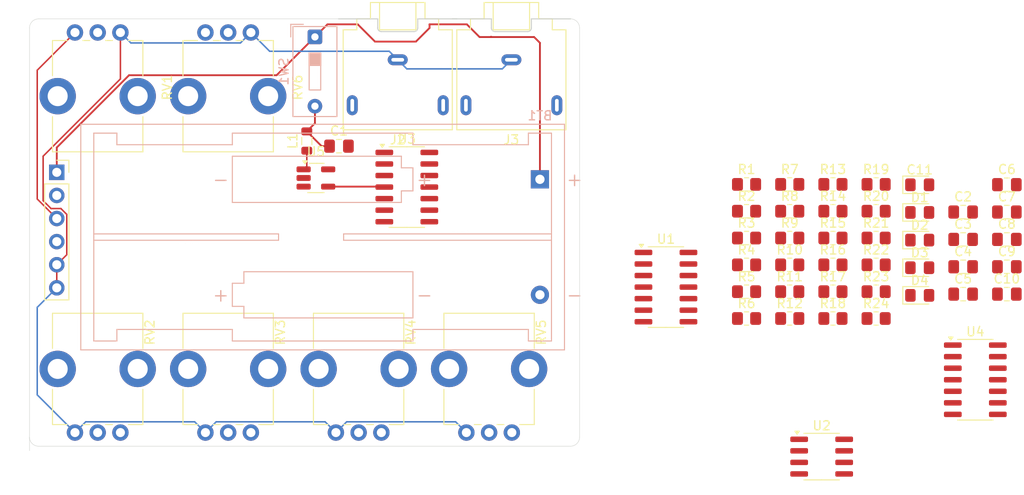
<source format=kicad_pcb>
(kicad_pcb
	(version 20241229)
	(generator "pcbnew")
	(generator_version "9.0")
	(general
		(thickness 1.6)
		(legacy_teardrops no)
	)
	(paper "A4")
	(layers
		(0 "F.Cu" signal)
		(2 "B.Cu" signal)
		(9 "F.Adhes" user "F.Adhesive")
		(11 "B.Adhes" user "B.Adhesive")
		(13 "F.Paste" user)
		(15 "B.Paste" user)
		(5 "F.SilkS" user "F.Silkscreen")
		(7 "B.SilkS" user "B.Silkscreen")
		(1 "F.Mask" user)
		(3 "B.Mask" user)
		(17 "Dwgs.User" user "User.Drawings")
		(19 "Cmts.User" user "User.Comments")
		(21 "Eco1.User" user "User.Eco1")
		(23 "Eco2.User" user "User.Eco2")
		(25 "Edge.Cuts" user)
		(27 "Margin" user)
		(31 "F.CrtYd" user "F.Courtyard")
		(29 "B.CrtYd" user "B.Courtyard")
		(35 "F.Fab" user)
		(33 "B.Fab" user)
		(39 "User.1" user)
		(41 "User.2" user)
		(43 "User.3" user)
		(45 "User.4" user)
	)
	(setup
		(stackup
			(layer "F.SilkS"
				(type "Top Silk Screen")
			)
			(layer "F.Paste"
				(type "Top Solder Paste")
			)
			(layer "F.Mask"
				(type "Top Solder Mask")
				(thickness 0.01)
			)
			(layer "F.Cu"
				(type "copper")
				(thickness 0.035)
			)
			(layer "dielectric 1"
				(type "core")
				(thickness 1.51)
				(material "FR4")
				(epsilon_r 4.5)
				(loss_tangent 0.02)
			)
			(layer "B.Cu"
				(type "copper")
				(thickness 0.035)
			)
			(layer "B.Mask"
				(type "Bottom Solder Mask")
				(thickness 0.01)
			)
			(layer "B.Paste"
				(type "Bottom Solder Paste")
			)
			(layer "B.SilkS"
				(type "Bottom Silk Screen")
			)
			(copper_finish "None")
			(dielectric_constraints no)
		)
		(pad_to_mask_clearance 0)
		(allow_soldermask_bridges_in_footprints no)
		(tenting front back)
		(pcbplotparams
			(layerselection 0x00000000_00000000_55555555_5755f5ff)
			(plot_on_all_layers_selection 0x00000000_00000000_00000000_00000000)
			(disableapertmacros no)
			(usegerberextensions no)
			(usegerberattributes yes)
			(usegerberadvancedattributes yes)
			(creategerberjobfile yes)
			(dashed_line_dash_ratio 12.000000)
			(dashed_line_gap_ratio 3.000000)
			(svgprecision 4)
			(plotframeref no)
			(mode 1)
			(useauxorigin no)
			(hpglpennumber 1)
			(hpglpenspeed 20)
			(hpglpendiameter 15.000000)
			(pdf_front_fp_property_popups yes)
			(pdf_back_fp_property_popups yes)
			(pdf_metadata yes)
			(pdf_single_document no)
			(dxfpolygonmode yes)
			(dxfimperialunits yes)
			(dxfusepcbnewfont yes)
			(psnegative no)
			(psa4output no)
			(plot_black_and_white yes)
			(plotinvisibletext no)
			(sketchpadsonfab no)
			(plotpadnumbers no)
			(hidednponfab no)
			(sketchdnponfab yes)
			(crossoutdnponfab yes)
			(subtractmaskfromsilk no)
			(outputformat 1)
			(mirror no)
			(drillshape 1)
			(scaleselection 1)
			(outputdirectory "")
		)
	)
	(net 0 "")
	(net 1 "GND")
	(net 2 "Net-(U1B-+)")
	(net 3 "VREF")
	(net 4 "Net-(U3A--)")
	(net 5 "Net-(U3C--)")
	(net 6 "/FILTERS/OBP1")
	(net 7 "/RAIL_GEN/VIN+")
	(net 8 "VCC")
	(net 9 "/FILTERS/IBP1")
	(net 10 "Net-(U1C-+)")
	(net 11 "/FILTERS/OBP2")
	(net 12 "Net-(C10-Pad1)")
	(net 13 "Net-(U3D--)")
	(net 14 "/LED_GAIN/OUTA")
	(net 15 "Net-(D1-K)")
	(net 16 "/LED_GAIN/OUTB")
	(net 17 "Net-(D2-K)")
	(net 18 "/LED_GAIN/OUTC")
	(net 19 "Net-(D3-K)")
	(net 20 "Net-(D4-K)")
	(net 21 "/LED_GAIN/OUTD")
	(net 22 "OUT")
	(net 23 "IN")
	(net 24 "Net-(J2-PadR)")
	(net 25 "Net-(J2-PadT)")
	(net 26 "Net-(J3-PadR)")
	(net 27 "Net-(U5-SW)")
	(net 28 "Net-(U1A-+)")
	(net 29 "/LED_GAIN/AREF")
	(net 30 "/LED_GAIN/BREF")
	(net 31 "/LED_GAIN/CREF")
	(net 32 "/LED_GAIN/DREF")
	(net 33 "Net-(U1D--)")
	(net 34 "/FILTERS/OHP")
	(net 35 "/FILTERS/OLP")
	(net 36 "Net-(U3B--)")
	(net 37 "unconnected-(U5-NC-Pad3)")
	(net 38 "unconnected-(U5-NC-Pad5)")
	(net 39 "Net-(C6-Pad1)")
	(net 40 "Net-(C8-Pad1)")
	(net 41 "Net-(C8-Pad2)")
	(net 42 "Net-(U2A--)")
	(net 43 "Net-(U2B--)")
	(net 44 "Net-(U2A-+)")
	(net 45 "Net-(U2B-+)")
	(net 46 "/VIN")
	(footprint "Resistor_SMD:R_0805_2012Metric_Pad1.20x1.40mm_HandSolder" (layer "F.Cu") (at 108.615 41.705))
	(footprint "Connector_Audio:Jack_3.5mm_CUI_SJ1-3523N_Horizontal" (layer "F.Cu") (at 65.5 28 180))
	(footprint "Resistor_SMD:R_0805_2012Metric_Pad1.20x1.40mm_HandSolder" (layer "F.Cu") (at 103.865 44.655))
	(footprint "Resistor_SMD:R_0805_2012Metric_Pad1.20x1.40mm_HandSolder" (layer "F.Cu") (at 103.865 47.605))
	(footprint "Resistor_SMD:R_0805_2012Metric_Pad1.20x1.40mm_HandSolder" (layer "F.Cu") (at 103.865 41.705))
	(footprint "LED_SMD:LED_0805_2012Metric_Pad1.15x1.40mm_HandSolder" (layer "F.Cu") (at 122.91 53.91))
	(footprint "Connector_PinSocket_2.54mm:PinSocket_1x06_P2.54mm_Vertical" (layer "F.Cu") (at 28 40.38))
	(footprint "LED_SMD:LED_0805_2012Metric_Pad1.15x1.40mm_HandSolder" (layer "F.Cu") (at 122.91 47.83))
	(footprint "Capacitor_SMD:C_0805_2012Metric_Pad1.18x1.45mm_HandSolder" (layer "F.Cu") (at 132.495 47.755))
	(footprint "Resistor_SMD:R_0805_2012Metric_Pad1.20x1.40mm_HandSolder" (layer "F.Cu") (at 103.865 56.455))
	(footprint "Capacitor_SMD:C_0805_2012Metric_Pad1.18x1.45mm_HandSolder" (layer "F.Cu") (at 127.685 47.755))
	(footprint "Inductor_SMD:L_0805_2012Metric" (layer "F.Cu") (at 55.5 36.9375 90))
	(footprint "Package_SO:SOIC-14_3.9x8.7mm_P1.27mm" (layer "F.Cu") (at 129.025 63.19))
	(footprint "Package_TO_SOT_SMD:SOT-23-5_HandSoldering" (layer "F.Cu") (at 56.5 41))
	(footprint "Diode_SMD:D_0805_2012Metric_Pad1.15x1.40mm_HandSolder" (layer "F.Cu") (at 122.91 41.75))
	(footprint "LED_SMD:LED_0805_2012Metric_Pad1.15x1.40mm_HandSolder" (layer "F.Cu") (at 122.91 44.79))
	(footprint "Resistor_SMD:R_0805_2012Metric_Pad1.20x1.40mm_HandSolder" (layer "F.Cu") (at 108.615 53.505))
	(footprint "Capacitor_SMD:C_0805_2012Metric_Pad1.18x1.45mm_HandSolder" (layer "F.Cu") (at 132.495 44.745))
	(footprint "Connector_Audio:Jack_3.5mm_CUI_SJ1-3523N_Horizontal" (layer "F.Cu") (at 78 28 180))
	(footprint "Resistor_SMD:R_0805_2012Metric_Pad1.20x1.40mm_HandSolder" (layer "F.Cu") (at 113.365 44.655))
	(footprint "Resistor_SMD:R_0805_2012Metric_Pad1.20x1.40mm_HandSolder" (layer "F.Cu") (at 108.615 50.555))
	(footprint "Resistor_SMD:R_0805_2012Metric_Pad1.20x1.40mm_HandSolder" (layer "F.Cu") (at 113.365 53.505))
	(footprint "Capacitor_SMD:C_0805_2012Metric_Pad1.18x1.45mm_HandSolder" (layer "F.Cu") (at 127.685 50.765))
	(footprint "Resistor_SMD:R_0805_2012Metric_Pad1.20x1.40mm_HandSolder" (layer "F.Cu") (at 108.615 56.455))
	(footprint "Package_SO:SOIC-14_3.9x8.7mm_P1.27mm" (layer "F.Cu") (at 95 53))
	(footprint "Resistor_SMD:R_0805_2012Metric_Pad1.20x1.40mm_HandSolder" (layer "F.Cu") (at 113.365 50.555))
	(footprint "Capacitor_SMD:C_0805_2012Metric_Pad1.18x1.45mm_HandSolder" (layer "F.Cu") (at 127.685 53.775))
	(footprint "Potentiometer_THT:Potentiometer_Bourns_PTV09A-1_Single_Vertical" (layer "F.Cu") (at 44.35 25 -90))
	(footprint "Capacitor_SMD:C_0805_2012Metric_Pad1.18x1.45mm_HandSolder" (layer "F.Cu") (at 59.0375 37.5))
	(footprint "Resistor_SMD:R_0805_2012Metric_Pad1.20x1.40mm_HandSolder" (layer "F.Cu") (at 118.115 50.555))
	(footprint "Resistor_SMD:R_0805_2012Metric_Pad1.20x1.40mm_HandSolder" (layer "F.Cu") (at 118.115 56.455))
	(footprint "Resistor_SMD:R_0805_2012Metric_Pad1.20x1.40mm_HandSolder" (layer "F.Cu") (at 103.865 53.505))
	(footprint "Potentiometer_THT:Potentiometer_Bourns_PTV09A-1_Single_Vertical" (layer "F.Cu") (at 35 69 90))
	(footprint "Potentiometer_THT:Potentiometer_Bourns_PTV09A-1_Single_Vertical" (layer "F.Cu") (at 78.05 69 90))
	(footprint "Resistor_SMD:R_0805_2012Metric_Pad1.20x1.40mm_HandSolder" (layer "F.Cu") (at 118.115 44.655))
	(footprint "Resistor_SMD:R_0805_2012Metric_Pad1.20x1.40mm_HandSolder" (layer "F.Cu") (at 118.115 41.705))
	(footprint "Package_SO:SOIC-14_3.9x8.7mm_P1.27mm"
		(layer "F.Cu")
		(uuid "a366d14c-e849-4ef9-b8a7-8c205fd3770b")
		(at 66.5 42)
		(descr "SOIC, 14 Pin (JEDEC MS-012AB, https://www.analog.com/media/en/package-pcb-resources/package/pkg_pdf/soic_narrow-r/r_14.pdf), generated with kicad-footprint-generator ipc_gullwing_generator.py")
		(tags "SOIC SO")
		(property "Reference" "U3"
			(at 0 -5.28 0)
			(layer "F.SilkS")
			(uuid "75b7ff24-b8cb-4d42-b7fd-ab20ac2cdf1c")
			(effects
				(font
					(size 1 1)
					(thickness 0.15)
				)
			)
		)
		(property "Value" "MCP6004"
			(at 0 5.28 0)
			(layer "F.Fab")
			(uuid "3f07e647-5e0e-4906-b649-1dc5268ad723")
			(effects
				(font
					(size 1 1)
					(thickness 0.15)
				)
			)
		)
		(property "Datasheet" "http://ww1.microchip.com/downloads/en/DeviceDoc/21733j.pdf"
			(at 0 0 0)
			(layer "F.Fab")
			(hide yes)
			(uuid "ec6b32b2-762b-4fc5-8918-375d4af45903")
			(effects
				(font
					(size 1.27 1.27)
					(thickness 0.15)
				)
			)
		)
		(property "Description" "1MHz, Low-Power Op Amp, DIP-14/SOIC-14/TSSOP-14"
			(at 0 0 0)
			(layer "F.Fab")
			(hide yes)
			(uuid "663aa101-2946-4613-a960-e0130f25aded")
			(effects
				(font
					(size 1.27 1.27)
					(thickness 0.15)
				)
			)
		)
		(property "Sim.Library" "MCP6001.lib"
			(at 0 0 0)
			(unlocked yes)
			(layer "F.Fab")
			(hide yes)
			(uuid "c2d09475-497f-407b-bca7-5fbd972d1fde")
			(effects
				(font
					(size 1 1)
					(thickness 0.15)
				)
			)
		)
		(property "Sim.Name" "MCP6004"
			(at 0 0 0)
			(unlocked yes)
			(layer "F.Fab")
			(hide yes)
			(uuid "adde2d96-7cda-4bc4-9213-fa175e813dd4")
			(effects
				(font
					(size 1 1)
					(thickness 0.15)
				)
			)
		)
		(property "Sim.Device" "SUBCKT"
			(at 0 0 0)
			(unlocked yes)
			(layer "F.Fab")
			(hide yes)
			(uuid "83fd93c8-6274-491e-ad0c-e0f114c30f3d")
			(effects
				(font
					(size 1 1)
					(thickness 0.15)
				)
			)
		)
		(property "Sim.Pins" "1=OUTA 2=A- 3=A+ 4=VDD 5=B+ 6=B- 7=OUTB 8=OUTC 9=C- 10=C+ 11=VSS 12=D+ 13=D- 14=OUTD"
			(at 0 0 0)
			(unlocked yes)
			(layer "F.Fab")
			(hide yes)
			(uuid "ad974cf7-1b3d-43bf-9cbe-1b7b80b86c58")
			(effects
				(font
					(size 1 1)
					(thickness 0.15)
				)
			)
		)
		(property ki_fp_filters "SOIC*3.9x8.7mm*P1.27mm* DIP*W7.62mm* TSSOP*4.4x5mm*P0.65mm* SSOP*5.3x6.2mm*P0.65mm* MSOP*3x3mm*P0.5mm*")
		(path "/8fa11fa8-6e65-47c6-b042-ff7edf5cdeda")
		(sheetname "/")
		(sheetfile "ece223_project.kicad_sch")
		(attr smd)
		(fp_line
			(start 0 -4.435)
			(end -1.95 -4.435)
			(stroke
				(width 0.12)
				(type solid)
			)
			(layer "F.SilkS")
			(uuid "b6da1fa2-7489-43d1-99b5-e85300ddcf6a")
		)
		(fp_line
			(start 0 -4.435)
			(end 1.95 -4.435)
			(stroke
				(width 0.12)
				(type solid)
			)
			(layer "F.SilkS")
			(uuid "59bbf992-5445-4dd6-aa65-2f7587ec453f")
		)
		(fp_line
			(start 0 4.435)
			(end -1.95 4.435)
			(stroke
				(width 0.12)
				(type solid)
			)
			(layer "F.SilkS")
			(uuid "99f10444-2031-42c6-a491-61353a34fd0e")
		)
		(fp_line
			(start 0 4.435)
			(end 1.95 4.435)
			(stroke
				(width 0.12)
				(type solid)
			)
			(layer "F.SilkS")
			(uuid "ce3ee0e2-1181-4996-8706-81218ee0e315")
		)
		(fp_poly
			(pts
				(xy -2.7 -4.37) (xy -2.94 -4.7) (xy -2.46 -4.7) (xy -2.7 -4.37)
			)
			(stroke
				(width 0.12)
				(type solid)
			)
			(fill yes)
			(layer "F.SilkS")
			(uuid "4d959c19-260b-4bdc-87cc-c10b2020223a")
		)
		(fp_line
			(start -3.7 -4.58)
			(end -3.7 4.58)
			(stroke
				(width 0.05)
				(type solid)
			)
			(layer "F.CrtYd")
			(uuid "40eb8391-b661-47cf-9fc6-e97d71d5fb0c")
		)
		(fp_line
			(start -3.7 4.58)
			(end 3.7 4.58)
			(stroke
				(width 0.05)
				(type solid)
			)
			(layer "F.CrtYd")
			(uuid "f64f4b35-f672-4ae6-b801-4df3ce16bbd4")
		)
		(fp_line
			(start 3.7 -4.58)
			(end -3.7 -4.58)
			(stroke
				(width 0.05)
				(type solid)
			)
			(layer "F.CrtYd")
			(uuid "2cf8d2cb-87bd-4322-bafa-784e6d0b9cb6")
		)
		(fp_line
			(start 3.7 4.58)
			(end 3.7 -4.58)
			(stroke
				(width 0.05)
				(type solid)
			)
			(layer "F.CrtYd")
			(uuid "86ecd615-8477-4a5f-a3d6-5b0645f7b2ba")
		)
		(fp_line
			(start -1.95 -3.35)
			(end -0.975 -4.325)
			(stroke
				(width 0.1)
				(type solid)
			)
			(layer "F.Fab")
			(uuid "b410d1ba-d73f-4ace-b3f0-2457ba170051")
		)
		(fp_line
			(start -1.95 4.325)
			(end -1.95 -3.35)
			(stroke
				(width 0.1)
				(type solid)
			)
			(layer "F.Fab")
			(uuid "182d06d3-6acc-459e-8023-b79445091271")
		)
		(fp_line
			(start -0.975 -4.325)
			(end 1.95 -4.325)
			(stroke
				(width 0.1)
				(type solid)
			)
			(layer "F.Fab")
			(uuid "3d6916d5-d332-4358-840d-2a65718ce989")
		)
		(fp_line
			(start 1.95 -4.325)
			(end 1.95 4.325)
			(stroke
				(width 0.1)
				(type solid)
			)
			(layer "F.Fab")
			(uuid "6c4e3298-1f4f-47e3-aaf7-c248f49d2866")
		)
		(fp_line
			(start 1.95 4.325)
			(end -1.95 4.325)
			(stroke
				(width 0.1)
				(type solid)
			)
			(layer "F.Fab")
			(uuid "ed768c57-1a14-44e1-960f-ea60f0dbe4b5")
		)
		(fp_text user "${REFERENCE}"
			(at 0 0 0)
			(layer "F.Fab")
			(uuid "8f780528-01b4-442e-9ab3-3e77f3a0d559")
			(effects
				(font
					(size 0.98 0.98)
					(thickness 0.15)
				)
			)
		)
		(pad "1" smd roundrect
			(at -2.475 -3.81)
			(size 1.95 0.6)
			(layers "F.Cu" "F.Mask" "F.Paste")
			(roundrect_rratio 0.25)
			(net 6 "/FILTERS/OBP1")
			(pintype "output")
			(uuid "a0481e81-82be-49f2-9bff-654b274e78c4")
		)
		(pad "2" smd roundrect
			(at -2.475 -2.54)
			(size 1.95 0.6)
			(layers "F.Cu" "F.Mask" "F.Paste")
			(roundrect_rratio 0.25)
			(net 4 "Net-(U3A--)")
			(pinfunction "-")
			(pintype "input")
			(uuid "1f481988-c4ee-44f3-bbb6-382cf36f3716")
		)
		(pad "3" smd roundrect
			(at -2.475 -1.27)
			(si
... [119309 chars truncated]
</source>
